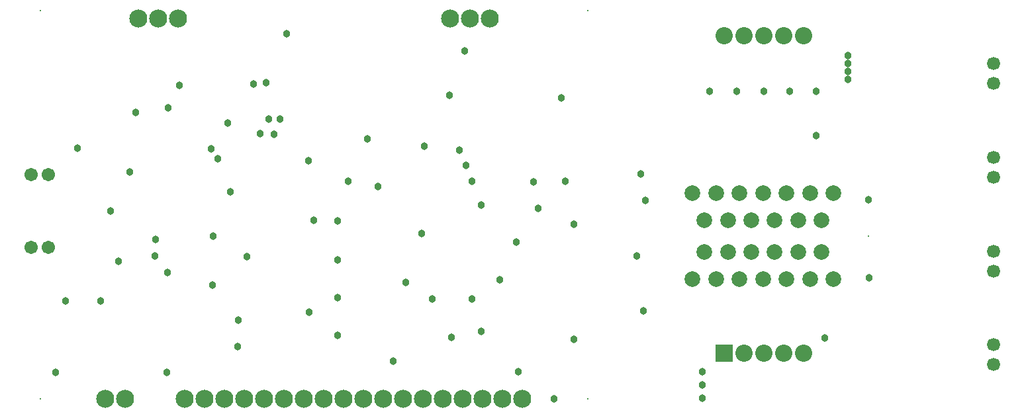
<source format=gbr>
%TF.GenerationSoftware,Altium Limited,Altium Designer,19.0.10 (269)*%
G04 Layer_Color=8388736*
%FSLAX26Y26*%
%MOIN*%
%TF.FileFunction,Soldermask,Top*%
%TF.Part,Single*%
G01*
G75*
%TA.AperFunction,ViaPad*%
%ADD76C,0.067055*%
%TA.AperFunction,ComponentPad*%
%ADD77C,0.090677*%
%ADD78C,0.008000*%
%ADD79C,0.078866*%
%ADD80C,0.086740*%
%ADD81R,0.086740X0.086740*%
%ADD82C,0.066268*%
%TA.AperFunction,ViaPad*%
%ADD83C,0.038000*%
D76*
X51181Y1230315D02*
D03*
X139764Y864173D02*
D03*
X51181D02*
D03*
X139764Y1230315D02*
D03*
D77*
X2362205Y2015748D02*
D03*
X2262205D02*
D03*
X2162205D02*
D03*
X590551D02*
D03*
X690551D02*
D03*
X790551D02*
D03*
X2526378Y98425D02*
D03*
X2426378D02*
D03*
X2326378D02*
D03*
X2226378D02*
D03*
X2126378D02*
D03*
X2026378D02*
D03*
X1926378D02*
D03*
X1826378D02*
D03*
X1726378D02*
D03*
X1626378D02*
D03*
X1526378D02*
D03*
X1426378D02*
D03*
X1326378D02*
D03*
X1226378D02*
D03*
X1126378D02*
D03*
X1026378D02*
D03*
X926378D02*
D03*
X826378D02*
D03*
X526378D02*
D03*
X426378D02*
D03*
D78*
X98425Y2055118D02*
D03*
X2854331D02*
D03*
Y98425D02*
D03*
X98425D02*
D03*
X4268504Y919842D02*
D03*
D79*
X3382677Y703307D02*
D03*
X3500787D02*
D03*
X3618898D02*
D03*
X3737008D02*
D03*
X3855118D02*
D03*
X3973228D02*
D03*
X4091339D02*
D03*
X3441732Y841102D02*
D03*
X3559843D02*
D03*
X3677953D02*
D03*
X3796063D02*
D03*
X3914173D02*
D03*
X4032284D02*
D03*
X3441732Y998583D02*
D03*
X3559843D02*
D03*
X3677953D02*
D03*
X3796063D02*
D03*
X3914173D02*
D03*
X4032284D02*
D03*
X3382677Y1136378D02*
D03*
X3500787D02*
D03*
X3618898D02*
D03*
X3737008D02*
D03*
X3855118D02*
D03*
X3973228D02*
D03*
X4091339D02*
D03*
D80*
X3540157Y1930433D02*
D03*
X3640157D02*
D03*
X3740157D02*
D03*
X3840157D02*
D03*
X3940157D02*
D03*
Y330433D02*
D03*
X3840157D02*
D03*
X3740157D02*
D03*
X3640157D02*
D03*
D81*
X3540157D02*
D03*
D82*
X4896614Y1788937D02*
D03*
Y1688937D02*
D03*
Y1316496D02*
D03*
Y1216496D02*
D03*
Y844055D02*
D03*
Y744055D02*
D03*
Y371614D02*
D03*
Y271614D02*
D03*
D83*
X1235236Y1691929D02*
D03*
X1172244Y1685039D02*
D03*
X1248032Y1508858D02*
D03*
X1306102Y1507874D02*
D03*
X4165354Y1830669D02*
D03*
Y1790669D02*
D03*
Y1710669D02*
D03*
Y1750669D02*
D03*
X3467520Y1650591D02*
D03*
X4004921Y1648622D02*
D03*
X3606299D02*
D03*
X3873032Y1649606D02*
D03*
X3740157D02*
D03*
X1204725Y1436024D02*
D03*
X741142Y1566929D02*
D03*
X1336902Y1940945D02*
D03*
X2236220Y1854331D02*
D03*
X2017666Y933182D02*
D03*
X3145611Y1098425D02*
D03*
X3102362Y817913D02*
D03*
X3135256Y541339D02*
D03*
X4047244Y405512D02*
D03*
X4004921Y1425197D02*
D03*
X4271654Y708307D02*
D03*
X4267717Y1103975D02*
D03*
X1452756Y535118D02*
D03*
X679460Y901575D02*
D03*
X964567Y673228D02*
D03*
X1094488Y496063D02*
D03*
X173228Y232284D02*
D03*
X1055118Y1144410D02*
D03*
X452269Y1047244D02*
D03*
X283465Y1362205D02*
D03*
X1275591Y1432087D02*
D03*
X1448819Y1300440D02*
D03*
X1744094Y1411174D02*
D03*
X2031496Y1373032D02*
D03*
X1937008Y685039D02*
D03*
X2169291Y409449D02*
D03*
X2503937Y236220D02*
D03*
X2685039Y98425D02*
D03*
X2412976Y700787D02*
D03*
X2603346Y1059732D02*
D03*
X2740157Y1196850D02*
D03*
X2157480Y1629921D02*
D03*
X2720551Y1615157D02*
D03*
X3122047Y1233268D02*
D03*
X1475406Y1000079D02*
D03*
X549724Y1241931D02*
D03*
X2316929Y1077756D02*
D03*
Y437992D02*
D03*
X2581693Y1193648D02*
D03*
X799213Y1678150D02*
D03*
X1136811Y815945D02*
D03*
X737205Y736221D02*
D03*
X1875000Y288386D02*
D03*
X2784291Y399606D02*
D03*
X3431851Y102362D02*
D03*
Y169291D02*
D03*
Y236220D02*
D03*
X1090551Y362205D02*
D03*
X2240157Y1275591D02*
D03*
X2271653Y1196850D02*
D03*
X2208661Y1353347D02*
D03*
X1595524Y418358D02*
D03*
X1595472Y798925D02*
D03*
Y610236D02*
D03*
X1595760Y997311D02*
D03*
X1648622Y1194882D02*
D03*
X1799213Y1170276D02*
D03*
X674213Y817913D02*
D03*
X492126Y791339D02*
D03*
X226378Y594488D02*
D03*
X400591D02*
D03*
X969488Y920276D02*
D03*
X579724Y1542323D02*
D03*
X734252Y233268D02*
D03*
X2783366Y978248D02*
D03*
X2496063Y889764D02*
D03*
X958662Y1360236D02*
D03*
X992126Y1308071D02*
D03*
X1042323Y1491142D02*
D03*
X2070866Y601378D02*
D03*
X2271260Y602756D02*
D03*
%TF.MD5,b6a8e10303a2ed9681e60594d101e626*%
M02*

</source>
